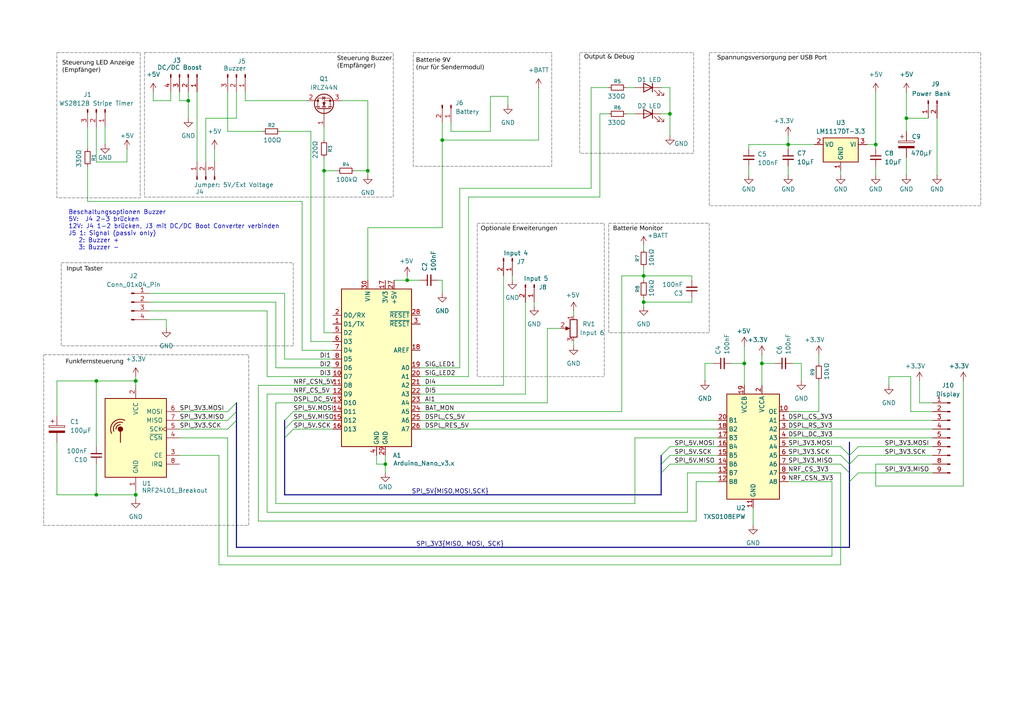
<source format=kicad_sch>
(kicad_sch (version 20250114) (generator "eeschema") (generator_version "9.0")
  (paper "A4")
  (title_block (title "Bogenampel") (date "2025-12-18") (rev "2.0") (comment 1 "Bestückung nach Bedarf") (comment 2 "Empfänger/Sender ") (comment 3 "Kombinierte Schaltung"))
  (lib_symbols
    (symbol "Connector:Conn_01x02_Pin" (pin_names (offset 1.016) (hide yes))
      (property "Reference" "J" (at 0 2.54 0))
      (property "Value" "Conn_01x02_Pin" (at 0 -5.08 0))
      (symbol "Conn_01x02_Pin_1_1"
        (pin passive line (at 5.08 0 180) (length 3.81) (name "Pin_1") (number "1"))
        (pin passive line (at 5.08 -2.54 180) (length 3.81) (name "Pin_2") (number "2"))
      )
    )
    (symbol "Connector:Conn_01x03_Pin" (pin_names (offset 1.016) (hide yes))
      (property "Reference" "J" (at 0 5.08 0))
      (property "Value" "Conn_01x03_Pin" (at 0 -5.08 0))
      (symbol "Conn_01x03_Pin_1_1"
        (pin passive line (at 5.08 2.54 180) (length 3.81) (name "Pin_1") (number "1"))
        (pin passive line (at 5.08 0 180) (length 3.81) (name "Pin_2") (number "2"))
        (pin passive line (at 5.08 -2.54 180) (length 3.81) (name "Pin_3") (number "3"))
      )
    )
    (symbol "Connector:Conn_01x04_Pin" (pin_names (offset 1.016) (hide yes))
      (property "Reference" "J" (at 0 5.08 0))
      (property "Value" "Conn_01x04_Pin" (at 0 -7.62 0))
      (symbol "Conn_01x04_Pin_1_1"
        (pin passive line (at 5.08 2.54 180) (length 3.81) (name "Pin_1") (number "1"))
        (pin passive line (at 5.08 0 180) (length 3.81) (name "Pin_2") (number "2"))
        (pin passive line (at 5.08 -2.54 180) (length 3.81) (name "Pin_3") (number "3"))
        (pin passive line (at 5.08 -5.08 180) (length 3.81) (name "Pin_4") (number "4"))
      )
    )
    (symbol "Connector:Conn_01x09_Pin" (pin_names (offset 1.016) (hide yes))
      (property "Reference" "J" (at 0 12.7 0))
      (property "Value" "Conn_01x09_Pin" (at 0 -12.7 0))
      (symbol "Conn_01x09_Pin_1_1"
        (pin passive line (at 5.08 10.16 180) (length 3.81) (name "Pin_1") (number "1"))
        (pin passive line (at 5.08 7.62 180) (length 3.81) (name "Pin_2") (number "2"))
        (pin passive line (at 5.08 5.08 180) (length 3.81) (name "Pin_3") (number "3"))
        (pin passive line (at 5.08 2.54 180) (length 3.81) (name "Pin_4") (number "4"))
        (pin passive line (at 5.08 0 180) (length 3.81) (name "Pin_5") (number "5"))
        (pin passive line (at 5.08 -2.54 180) (length 3.81) (name "Pin_6") (number "6"))
        (pin passive line (at 5.08 -5.08 180) (length 3.81) (name "Pin_7") (number "7"))
        (pin passive line (at 5.08 -7.62 180) (length 3.81) (name "Pin_8") (number "8"))
        (pin passive line (at 5.08 -10.16 180) (length 3.81) (name "Pin_9") (number "9"))
      )
    )
    (symbol "Device:C_Polarized" (pin_numbers (hide yes)) (pin_names (offset 0.254))
      (property "Reference" "C" (at 0.635 2.54 0))
      (property "Value" "C_Polarized" (at 0.635 -2.54 0))
      (symbol "C_Polarized_1_1"
        (pin passive line (at 0 3.81 270) (length 2.794) (name "~") (number "1"))
        (pin passive line (at 0 -3.81 90) (length 2.794) (name "~") (number "2"))
      )
    )
    (symbol "Device:C_Small" (pin_numbers (hide yes)) (pin_names (offset 0.254) (hide yes))
      (property "Reference" "C" (at 0.254 1.778 0))
      (property "Value" "C_Small" (at 0.254 -2.032 0))
      (symbol "C_Small_1_1"
        (pin passive line (at 0 2.54 270) (length 2.032) (name "~") (number "1"))
        (pin passive line (at 0 -2.54 90) (length 2.032) (name "~") (number "2"))
      )
    )
    (symbol "Device:LED" (pin_numbers (hide yes)) (pin_names (offset 1.016) (hide yes))
      (property "Reference" "D" (at 0 2.54 0))
      (property "Value" "LED" (at 0 -2.54 0))
      (symbol "LED_1_1"
        (pin passive line (at -3.81 0 0) (length 2.54) (name "K") (number "1"))
        (pin passive line (at 3.81 0 180) (length 2.54) (name "A") (number "2"))
      )
    )
    (symbol "Device:R_Potentiometer" (pin_names (offset 1.016) (hide yes))
      (property "Reference" "RV" (at -4.445 0 90))
      (property "Value" "R_Potentiometer" (at -2.54 0 90))
      (symbol "R_Potentiometer_1_1"
        (pin passive line (at 0 3.81 270) (length 1.27) (name "1") (number "1"))
        (pin passive line (at 0 -3.81 90) (length 1.27) (name "3") (number "3"))
        (pin passive line (at 3.81 0 180) (length 1.27) (name "2") (number "2"))
      )
    )
    (symbol "Device:R_Small" (pin_numbers (hide yes)) (pin_names (offset 0.254) (hide yes))
      (property "Reference" "R" (at 0 0 90))
      (property "Value" "R_Small" (at 1.778 0 90))
      (symbol "R_Small_1_1"
        (pin passive line (at 0 2.54 270) (length 0.762) (name "~") (number "1"))
        (pin passive line (at 0 -2.54 90) (length 0.762) (name "~") (number "2"))
      )
    )
    (symbol "Logic_LevelTranslator:TXS0108EPW"
      (property "Reference" "U" (at -6.35 16.51 0))
      (property "Value" "TXS0108EPW" (at 3.81 16.51 0))
      (symbol "TXS0108EPW_1_1"
        (pin input line (at -10.16 10.16 0) (length 2.54) (name "OE") (number "10"))
        (pin bidirectional line (at -10.16 7.62 0) (length 2.54) (name "A1") (number "1"))
        (pin bidirectional line (at -10.16 5.08 0) (length 2.54) (name "A2") (number "3"))
        (pin bidirectional line (at -10.16 2.54 0) (length 2.54) (name "A3") (number "4"))
        (pin bidirectional line (at -10.16 0 0) (length 2.54) (name "A4") (number "5"))
        (pin bidirectional line (at -10.16 -2.54 0) (length 2.54) (name "A5") (number "6"))
        (pin bidirectional line (at -10.16 -5.08 0) (length 2.54) (name "A6") (number "7"))
        (pin bidirectional line (at -10.16 -7.62 0) (length 2.54) (name "A7") (number "8"))
        (pin bidirectional line (at -10.16 -10.16 0) (length 2.54) (name "A8") (number "9"))
        (pin power_in line (at -2.54 17.78 270) (length 2.54) (name "VCCA") (number "2"))
        (pin power_in line (at 0 -17.78 90) (length 2.54) (name "GND") (number "11"))
        (pin power_in line (at 2.54 17.78 270) (length 2.54) (name "VCCB") (number "19"))
        (pin bidirectional line (at 10.16 7.62 180) (length 2.54) (name "B1") (number "20"))
        (pin bidirectional line (at 10.16 5.08 180) (length 2.54) (name "B2") (number "18"))
        (pin bidirectional line (at 10.16 2.54 180) (length 2.54) (name "B3") (number "17"))
        (pin bidirectional line (at 10.16 0 180) (length 2.54) (name "B4") (number "16"))
        (pin bidirectional line (at 10.16 -2.54 180) (length 2.54) (name "B5") (number "15"))
        (pin bidirectional line (at 10.16 -5.08 180) (length 2.54) (name "B6") (number "14"))
        (pin bidirectional line (at 10.16 -7.62 180) (length 2.54) (name "B7") (number "13"))
        (pin bidirectional line (at 10.16 -10.16 180) (length 2.54) (name "B8") (number "12"))
      )
    )
    (symbol "MCU_Module:Arduino_Nano_v3.x"
      (property "Reference" "A" (at -10.16 23.495 0))
      (property "Value" "Arduino_Nano_v3.x" (at 5.08 -24.13 0))
      (symbol "Arduino_Nano_v3.x_1_1"
        (pin bidirectional line (at -12.7 15.24 0) (length 2.54) (name "D0/RX") (number "2"))
        (pin bidirectional line (at -12.7 12.7 0) (length 2.54) (name "D1/TX") (number "1"))
        (pin bidirectional line (at -12.7 10.16 0) (length 2.54) (name "D2") (number "5"))
        (pin bidirectional line (at -12.7 7.62 0) (length 2.54) (name "D3") (number "6"))
        (pin bidirectional line (at -12.7 5.08 0) (length 2.54) (name "D4") (number "7"))
        (pin bidirectional line (at -12.7 2.54 0) (length 2.54) (name "D5") (number "8"))
        (pin bidirectional line (at -12.7 0 0) (length 2.54) (name "D6") (number "9"))
        (pin bidirectional line (at -12.7 -2.54 0) (length 2.54) (name "D7") (number "10"))
        (pin bidirectional line (at -12.7 -5.08 0) (length 2.54) (name "D8") (number "11"))
        (pin bidirectional line (at -12.7 -7.62 0) (length 2.54) (name "D9") (number "12"))
        (pin bidirectional line (at -12.7 -10.16 0) (length 2.54) (name "D10") (number "13"))
        (pin bidirectional line (at -12.7 -12.7 0) (length 2.54) (name "D11") (number "14"))
        (pin bidirectional line (at -12.7 -15.24 0) (length 2.54) (name "D12") (number "15"))
        (pin bidirectional line (at -12.7 -17.78 0) (length 2.54) (name "D13") (number "16"))
        (pin power_in line (at -2.54 25.4 270) (length 2.54) (name "VIN") (number "30"))
        (pin power_in line (at 0 -25.4 90) (length 2.54) (name "GND") (number "4"))
        (pin power_out line (at 2.54 25.4 270) (length 2.54) (name "3V3") (number "17"))
        (pin power_in line (at 2.54 -25.4 90) (length 2.54) (name "GND") (number "29"))
        (pin power_out line (at 5.08 25.4 270) (length 2.54) (name "+5V") (number "27"))
        (pin input line (at 12.7 15.24 180) (length 2.54) (name "~{RESET}") (number "28"))
        (pin input line (at 12.7 12.7 180) (length 2.54) (name "~{RESET}") (number "3"))
        (pin input line (at 12.7 5.08 180) (length 2.54) (name "AREF") (number "18"))
        (pin bidirectional line (at 12.7 0 180) (length 2.54) (name "A0") (number "19"))
        (pin bidirectional line (at 12.7 -2.54 180) (length 2.54) (name "A1") (number "20"))
        (pin bidirectional line (at 12.7 -5.08 180) (length 2.54) (name "A2") (number "21"))
        (pin bidirectional line (at 12.7 -7.62 180) (length 2.54) (name "A3") (number "22"))
        (pin bidirectional line (at 12.7 -10.16 180) (length 2.54) (name "A4") (number "23"))
        (pin bidirectional line (at 12.7 -12.7 180) (length 2.54) (name "A5") (number "24"))
        (pin bidirectional line (at 12.7 -15.24 180) (length 2.54) (name "A6") (number "25"))
        (pin bidirectional line (at 12.7 -17.78 180) (length 2.54) (name "A7") (number "26"))
      )
    )
    (symbol "RF:NRF24L01_Breakout" (pin_names (offset 1.016))
      (property "Reference" "U" (at -8.89 12.7 0))
      (property "Value" "NRF24L01_Breakout" (at 3.81 12.7 0))
      (symbol "NRF24L01_Breakout_1_1"
        (pin input line (at -12.7 7.62 0) (length 3.81) (name "MOSI") (number "6"))
        (pin output line (at -12.7 5.08 0) (length 3.81) (name "MISO") (number "7"))
        (pin input clock (at -12.7 2.54 0) (length 3.81) (name "SCK") (number "5"))
        (pin input line (at -12.7 0 0) (length 3.81) (name "~{CSN}") (number "4"))
        (pin input line (at -12.7 -5.08 0) (length 3.81) (name "CE") (number "3"))
        (pin output line (at -12.7 -7.62 0) (length 3.81) (name "IRQ") (number "8"))
        (pin power_in line (at 0 15.24 270) (length 3.81) (name "VCC") (number "2"))
        (pin power_in line (at 0 -15.24 90) (length 3.81) (name "GND") (number "1"))
      )
    )
    (symbol "Regulator_Linear:LM1117DT-3.3"
      (property "Reference" "U" (at -3.81 3.175 0))
      (property "Value" "LM1117DT-3.3" (at 0 3.175 0))
      (symbol "LM1117DT-3.3_1_1"
        (pin power_in line (at -7.62 0 0) (length 2.54) (name "VI") (number "3"))
        (pin power_in line (at 0 -7.62 90) (length 2.54) (name "GND") (number "1"))
        (pin power_out line (at 7.62 0 180) (length 2.54) (name "VO") (number "2"))
      )
    )
    (symbol "Transistor_FET:IRLZ44N" (pin_names (hide yes))
      (property "Reference" "Q" (at 5.08 1.905 0))
      (property "Value" "IRLZ44N" (at 5.08 0 0))
      (symbol "IRLZ44N_1_1"
        (pin input line (at -5.08 0 0) (length 2.54) (name "G") (number "1"))
        (pin passive line (at 2.54 5.08 270) (length 2.54) (name "D") (number "2"))
        (pin passive line (at 2.54 -5.08 90) (length 2.54) (name "S") (number "3"))
      )
    )
    (symbol "power:+3.3V" (power) (pin_numbers (hide yes)) (pin_names (offset 0) (hide yes))
      (property "Value" "+3.3V" (at 0 3.556 0))
      (symbol "+3.3V_1_1"
        (pin power_in line (at 0 0 90) (length 0) (name "~") (number "1"))
      )
    )
    (symbol "power:+5V" (power) (pin_numbers (hide yes)) (pin_names (offset 0) (hide yes))
      (property "Value" "+5V" (at 0 3.556 0))
      (symbol "+5V_1_1"
        (pin power_in line (at 0 0 90) (length 0) (name "~") (number "1"))
      )
    )
    (symbol "power:+BATT" (power) (pin_numbers (hide yes)) (pin_names (offset 0) (hide yes))
      (property "Value" "+BATT" (at 0 3.556 0))
      (symbol "+BATT_1_1"
        (pin power_in line (at 0 0 90) (length 0) (name "~") (number "1"))
      )
    )
    (symbol "power:GND" (power) (pin_numbers (hide yes)) (pin_names (offset 0) (hide yes))
      (property "Value" "GND" (at 0 -3.81 0))
      (symbol "GND_1_1"
        (pin power_in line (at 0 0 270) (length 0) (name "~") (number "1"))
      )
    )
  )
  (rectangle (start 168.148 15.24) (end 201.168 44.45) (stroke (width 0.0508) (type dash) (color 0 0 0 1)))
  (rectangle (start 17.78 76.2) (end 85.09 100.33) (stroke (width 0.0508) (type dash) (color 0 0 0 1)))
  (rectangle (start 205.74 15.24) (end 284.48 59.69) (stroke (width 0.0508) (type dash) (color 0 0 0 1)))
  (rectangle (start 16.51 15.24) (end 40.64 57.404) (stroke (width 0.0508) (type dash) (color 0 0 0 1)))
  (rectangle (start 138.43 64.77) (end 175.26 109.22) (stroke (width 0.0508) (type dash) (color 0 0 0 1)))
  (rectangle (start 176.53 64.77) (end 205.74 96.52) (stroke (width 0.0508) (type dash) (color 0 0 0 1)))
  (rectangle (start 12.7 102.87) (end 72.136 152.4) (stroke (width 0.0508) (type dash) (color 0 0 0 1)))
  (rectangle (start 119.888 15.24) (end 160.02 48.26) (stroke (width 0.0508) (type dash) (color 0 0 0 1)))
  (rectangle (start 41.91 15.24) (end 114.046 57.15) (stroke (width 0.0508) (type dash) (color 0 0 0 1)))
  (text "Steuerung Buzzer\n(Empfänger)" (at 97.79 18.542 0) (effects (font (size 1.27 1.27)) (justify left)))
  (text "Beschaltungsoptionen Buzzer\n5V:  J4 2-3 brücken\n12V: J4 1-2 brücken, J3 mit DC/DC Boot Converter verbinden\nJ5 1: Signal (passiv only) \n   2: Buzzer + \n   3: Buzzer -\n\n\n" (at 19.812 68.834 0) (effects (font (size 1.27 1.27)) (justify left)))
  (text "Input Taster" (at 19.304 78.486 0) (effects (font (size 1.27 1.27)) (justify left)))
  (text "Steuerung LED Anzeige\n(Empfänger)" (at 18.034 19.812 0) (effects (font (size 1.27 1.27)) (justify left)))
  (text "Spannungsversorgung per USB Port" (at 208.026 17.272 0) (effects (font (size 1.27 1.27)) (justify left)))
  (text "Batterie 9V\n(nur für Sendermodul)\n" (at 120.65 19.05 0) (effects (font (size 1.27 1.27)) (justify left)))
  (text "Batterie Monitor" (at 177.8 66.802 0) (effects (font (size 1.27 1.27)) (justify left)))
  (text "Optionale Erweiterungen\n" (at 139.446 66.802 0) (effects (font (size 1.27 1.27)) (justify left)))
  (text "Funkfernsteuerung" (at 19.05 105.41 0) (effects (font (size 1.27 1.27)) (justify left)))
  (text "Output & Debug\n" (at 169.418 17.018 0) (effects (font (size 1.27 1.27)) (justify left)))
  (junction (at 106.68 49.53))
  (junction (at 194.31 33.02))
  (junction (at 186.69 80.01))
  (junction (at 118.11 81.28))
  (junction (at 54.61 29.21))
  (junction (at 228.6 41.91))
  (junction (at 27.94 143.51))
  (junction (at 215.9 105.41))
  (junction (at 27.94 110.49))
  (junction (at 39.37 143.51))
  (junction (at 254 41.91))
  (junction (at 186.69 87.63))
  (junction (at 111.76 134.62))
  (junction (at 128.27 40.64))
  (junction (at 220.98 105.41))
  (junction (at 39.37 110.49))
  (junction (at 262.89 34.29))
  (junction (at 93.98 49.53))
  (bus_entry (at 191.77 137.16) (size 2.54 -2.54))
  (bus_entry (at 246.38 132.08) (size -2.54 -2.54))
  (bus_entry (at 82.55 124.46) (size 2.54 -2.54))
  (bus_entry (at 246.38 139.7) (size 2.54 -2.54))
  (bus_entry (at 68.58 116.84) (size -2.54 2.54))
  (bus_entry (at 68.58 119.38) (size -2.54 2.54))
  (bus_entry (at 68.58 121.92) (size -2.54 2.54))
  (bus_entry (at 191.77 134.62) (size 2.54 -2.54))
  (bus_entry (at 246.38 137.16) (size -2.54 -2.54))
  (bus_entry (at 191.77 132.08) (size 2.54 -2.54))
  (bus_entry (at 82.55 127) (size 2.54 -2.54))
  (bus_entry (at 246.38 132.08) (size 2.54 -2.54))
  (bus_entry (at 246.38 134.62) (size 2.54 -2.54))
  (bus_entry (at 246.38 134.62) (size -2.54 -2.54))
  (bus_entry (at 82.55 121.92) (size 2.54 -2.54))
  (wire (pts (xy 254 134.62) (xy 254 140.97)))
  (wire (pts (xy 236.22 41.91) (xy 228.6 41.91)))
  (wire (pts (xy 254 43.18) (xy 254 41.91)))
  (wire (pts (xy 254 41.91) (xy 251.46 41.91)))
  (wire (pts (xy 106.68 29.21) (xy 106.68 49.53)))
  (wire (pts (xy 133.35 54.61) (xy 133.35 106.68)))
  (wire (pts (xy 237.49 102.87) (xy 237.49 105.41)))
  (bus (pts (xy 68.58 158.75) (xy 246.38 158.75)))
  (bus (pts (xy 82.55 124.46) (xy 82.55 127)))
  (wire (pts (xy 186.69 80.01) (xy 186.69 81.28)))
  (bus (pts (xy 82.55 143.51) (xy 191.77 143.51)))
  (wire (pts (xy 228.6 119.38) (xy 237.49 119.38)))
  (wire (pts (xy 77.47 148.59) (xy 199.39 148.59)))
  (wire (pts (xy 232.41 105.41) (xy 232.41 110.49)))
  (wire (pts (xy 102.87 49.53) (xy 106.68 49.53)))
  (wire (pts (xy 184.15 33.02) (xy 181.61 33.02)))
  (wire (pts (xy 68.58 34.29) (xy 68.58 26.67)))
  (wire (pts (xy 204.47 110.49) (xy 204.47 105.41)))
  (wire (pts (xy 194.31 33.02) (xy 194.31 39.37)))
  (wire (pts (xy 184.15 25.4) (xy 181.61 25.4)))
  (wire (pts (xy 215.9 100.33) (xy 215.9 105.41)))
  (wire (pts (xy 228.6 41.91) (xy 217.17 41.91)))
  (wire (pts (xy 59.69 34.29) (xy 68.58 34.29)))
  (wire (pts (xy 27.94 46.99) (xy 36.83 46.99)))
  (wire (pts (xy 262.89 34.29) (xy 262.89 38.1)))
  (wire (pts (xy 27.94 110.49) (xy 16.51 110.49)))
  (wire (pts (xy 212.09 105.41) (xy 215.9 105.41)))
  (wire (pts (xy 121.92 116.84) (xy 158.75 116.84)))
  (wire (pts (xy 271.78 34.29) (xy 271.78 50.8)))
  (wire (pts (xy 243.84 49.53) (xy 243.84 50.8)))
  (wire (pts (xy 87.63 101.6) (xy 96.52 101.6)))
  (wire (pts (xy 111.76 132.08) (xy 111.76 134.62)))
  (wire (pts (xy 66.04 161.29) (xy 66.04 127)))
  (wire (pts (xy 121.92 106.68) (xy 133.35 106.68)))
  (wire (pts (xy 93.98 49.53) (xy 93.98 45.72)))
  (wire (pts (xy 228.6 129.54) (xy 243.84 129.54)))
  (wire (pts (xy 173.99 33.02) (xy 173.99 57.15)))
  (wire (pts (xy 39.37 143.51) (xy 39.37 144.78)))
  (wire (pts (xy 80.01 146.05) (xy 184.15 146.05)))
  (wire (pts (xy 77.47 114.3) (xy 96.52 114.3)))
  (wire (pts (xy 96.52 116.84) (xy 80.01 116.84)))
  (wire (pts (xy 85.09 124.46) (xy 96.52 124.46)))
  (wire (pts (xy 248.92 137.16) (xy 270.51 137.16)))
  (wire (pts (xy 54.61 29.21) (xy 54.61 34.29)))
  (wire (pts (xy 118.11 81.28) (xy 114.3 81.28)))
  (wire (pts (xy 146.05 80.01) (xy 146.05 111.76)))
  (wire (pts (xy 158.75 95.25) (xy 158.75 116.84)))
  (wire (pts (xy 27.94 36.83) (xy 27.94 46.99)))
  (wire (pts (xy 118.11 81.28) (xy 118.11 80.01)))
  (wire (pts (xy 228.6 48.26) (xy 228.6 50.8)))
  (wire (pts (xy 93.98 96.52) (xy 96.52 96.52)))
  (wire (pts (xy 127 81.28) (xy 128.27 81.28)))
  (wire (pts (xy 39.37 110.49) (xy 27.94 110.49)))
  (wire (pts (xy 243.84 163.83) (xy 63.5 163.83)))
  (wire (pts (xy 215.9 105.41) (xy 215.9 111.76)))
  (bus (pts (xy 246.38 139.7) (xy 246.38 158.75)))
  (wire (pts (xy 199.39 137.16) (xy 208.28 137.16)))
  (wire (pts (xy 171.45 54.61) (xy 133.35 54.61)))
  (wire (pts (xy 142.24 38.1) (xy 130.81 38.1)))
  (wire (pts (xy 228.6 124.46) (xy 270.51 124.46)))
  (wire (pts (xy 257.81 109.22) (xy 264.16 109.22)))
  (wire (pts (xy 186.69 77.47) (xy 186.69 80.01)))
  (wire (pts (xy 228.6 41.91) (xy 228.6 43.18)))
  (wire (pts (xy 171.45 25.4) (xy 171.45 54.61)))
  (bus (pts (xy 82.55 127) (xy 82.55 143.51)))
  (wire (pts (xy 218.44 147.32) (xy 218.44 152.4)))
  (wire (pts (xy 217.17 48.26) (xy 217.17 50.8)))
  (wire (pts (xy 173.99 33.02) (xy 176.53 33.02)))
  (wire (pts (xy 243.84 137.16) (xy 243.84 163.83)))
  (wire (pts (xy 52.07 132.08) (xy 63.5 132.08)))
  (wire (pts (xy 176.53 25.4) (xy 171.45 25.4)))
  (wire (pts (xy 228.6 121.92) (xy 270.51 121.92)))
  (wire (pts (xy 66.04 127) (xy 52.07 127)))
  (wire (pts (xy 66.04 26.67) (xy 66.04 38.1)))
  (bus (pts (xy 68.58 116.84) (xy 68.58 119.38)))
  (wire (pts (xy 43.18 85.09) (xy 82.55 85.09)))
  (wire (pts (xy 147.32 27.94) (xy 142.24 27.94)))
  (wire (pts (xy 25.4 36.83) (xy 25.4 43.18)))
  (wire (pts (xy 194.31 33.02) (xy 191.77 33.02)))
  (wire (pts (xy 111.76 134.62) (xy 111.76 137.16)))
  (wire (pts (xy 106.68 81.28) (xy 106.68 66.04)))
  (wire (pts (xy 27.94 134.62) (xy 27.94 143.51)))
  (wire (pts (xy 63.5 163.83) (xy 63.5 132.08)))
  (wire (pts (xy 130.81 38.1) (xy 130.81 35.56)))
  (wire (pts (xy 82.55 104.14) (xy 96.52 104.14)))
  (wire (pts (xy 200.66 86.36) (xy 200.66 87.63)))
  (wire (pts (xy 229.87 105.41) (xy 232.41 105.41)))
  (wire (pts (xy 156.21 40.64) (xy 128.27 40.64)))
  (wire (pts (xy 248.92 132.08) (xy 270.51 132.08)))
  (wire (pts (xy 128.27 81.28) (xy 128.27 85.09)))
  (wire (pts (xy 52.07 124.46) (xy 66.04 124.46)))
  (wire (pts (xy 80.01 116.84) (xy 80.01 146.05)))
  (wire (pts (xy 204.47 105.41) (xy 207.01 105.41)))
  (wire (pts (xy 220.98 111.76) (xy 220.98 105.41)))
  (wire (pts (xy 121.92 124.46) (xy 208.28 124.46)))
  (wire (pts (xy 87.63 58.42) (xy 87.63 101.6)))
  (wire (pts (xy 184.15 127) (xy 208.28 127)))
  (wire (pts (xy 121.92 114.3) (xy 152.4 114.3)))
  (wire (pts (xy 121.92 119.38) (xy 180.34 119.38)))
  (wire (pts (xy 254 26.67) (xy 254 41.91)))
  (wire (pts (xy 85.09 119.38) (xy 96.52 119.38)))
  (bus (pts (xy 191.77 132.08) (xy 191.77 134.62)))
  (wire (pts (xy 43.18 92.71) (xy 48.26 92.71)))
  (wire (pts (xy 199.39 148.59) (xy 199.39 137.16)))
  (bus (pts (xy 246.38 134.62) (xy 246.38 137.16)))
  (wire (pts (xy 173.99 57.15) (xy 135.89 57.15)))
  (wire (pts (xy 54.61 26.67) (xy 54.61 29.21)))
  (wire (pts (xy 71.12 29.21) (xy 88.9 29.21)))
  (wire (pts (xy 77.47 109.22) (xy 96.52 109.22)))
  (wire (pts (xy 186.69 86.36) (xy 186.69 87.63)))
  (wire (pts (xy 57.15 26.67) (xy 57.15 46.99)))
  (wire (pts (xy 194.31 25.4) (xy 191.77 25.4)))
  (wire (pts (xy 52.07 26.67) (xy 52.07 29.21)))
  (wire (pts (xy 52.07 29.21) (xy 54.61 29.21)))
  (wire (pts (xy 220.98 102.87) (xy 220.98 105.41)))
  (wire (pts (xy 154.94 88.9) (xy 154.94 87.63)))
  (wire (pts (xy 39.37 110.49) (xy 39.37 111.76)))
  (wire (pts (xy 135.89 109.22) (xy 121.92 109.22)))
  (wire (pts (xy 43.18 90.17) (xy 77.47 90.17)))
  (wire (pts (xy 228.6 41.91) (xy 228.6 39.37)))
  (wire (pts (xy 109.22 132.08) (xy 109.22 134.62)))
  (wire (pts (xy 186.69 71.12) (xy 186.69 72.39)))
  (wire (pts (xy 80.01 87.63) (xy 80.01 106.68)))
  (wire (pts (xy 142.24 27.94) (xy 142.24 38.1)))
  (wire (pts (xy 44.45 26.67) (xy 44.45 29.21)))
  (wire (pts (xy 106.68 66.04) (xy 128.27 66.04)))
  (wire (pts (xy 264.16 119.38) (xy 270.51 119.38)))
  (bus (pts (xy 246.38 132.08) (xy 246.38 134.62)))
  (bus (pts (xy 82.55 121.92) (xy 82.55 124.46)))
  (wire (pts (xy 27.94 143.51) (xy 39.37 143.51)))
  (wire (pts (xy 158.75 95.25) (xy 162.56 95.25)))
  (bus (pts (xy 68.58 119.38) (xy 68.58 121.92)))
  (wire (pts (xy 186.69 87.63) (xy 186.69 88.9)))
  (wire (pts (xy 201.93 139.7) (xy 208.28 139.7)))
  (wire (pts (xy 194.31 132.08) (xy 208.28 132.08)))
  (wire (pts (xy 71.12 26.67) (xy 71.12 29.21)))
  (wire (pts (xy 36.83 43.18) (xy 36.83 46.99)))
  (wire (pts (xy 148.59 80.01) (xy 148.59 81.28)))
  (wire (pts (xy 74.93 111.76) (xy 96.52 111.76)))
  (wire (pts (xy 59.69 46.99) (xy 59.69 34.29)))
  (wire (pts (xy 77.47 90.17) (xy 77.47 109.22)))
  (wire (pts (xy 228.6 134.62) (xy 243.84 134.62)))
  (wire (pts (xy 81.28 38.1) (xy 90.17 38.1)))
  (wire (pts (xy 16.51 128.27) (xy 16.51 143.51)))
  (wire (pts (xy 121.92 111.76) (xy 146.05 111.76)))
  (bus (pts (xy 246.38 137.16) (xy 246.38 139.7)))
  (wire (pts (xy 62.23 43.18) (xy 62.23 46.99)))
  (wire (pts (xy 77.47 148.59) (xy 77.47 114.3)))
  (wire (pts (xy 74.93 151.13) (xy 74.93 111.76)))
  (wire (pts (xy 16.51 143.51) (xy 27.94 143.51)))
  (wire (pts (xy 52.07 121.92) (xy 66.04 121.92)))
  (wire (pts (xy 39.37 109.22) (xy 39.37 110.49)))
  (bus (pts (xy 191.77 137.16) (xy 191.77 143.51)))
  (wire (pts (xy 241.3 139.7) (xy 241.3 161.29)))
  (wire (pts (xy 85.09 121.92) (xy 96.52 121.92)))
  (wire (pts (xy 201.93 151.13) (xy 201.93 139.7)))
  (wire (pts (xy 228.6 139.7) (xy 241.3 139.7)))
  (wire (pts (xy 82.55 85.09) (xy 82.55 104.14)))
  (wire (pts (xy 220.98 105.41) (xy 224.79 105.41)))
  (wire (pts (xy 262.89 26.67) (xy 262.89 34.29)))
  (wire (pts (xy 30.48 36.83) (xy 30.48 41.91)))
  (wire (pts (xy 254 134.62) (xy 270.51 134.62)))
  (wire (pts (xy 279.4 110.49) (xy 279.4 140.97)))
  (wire (pts (xy 80.01 106.68) (xy 96.52 106.68)))
  (wire (pts (xy 266.7 116.84) (xy 270.51 116.84)))
  (wire (pts (xy 99.06 29.21) (xy 106.68 29.21)))
  (bus (pts (xy 68.58 121.92) (xy 68.58 158.75)))
  (wire (pts (xy 264.16 119.38) (xy 264.16 109.22)))
  (wire (pts (xy 200.66 87.63) (xy 186.69 87.63)))
  (wire (pts (xy 80.01 87.63) (xy 43.18 87.63)))
  (wire (pts (xy 194.31 134.62) (xy 208.28 134.62)))
  (wire (pts (xy 93.98 96.52) (xy 93.98 49.53)))
  (wire (pts (xy 184.15 127) (xy 184.15 146.05)))
  (wire (pts (xy 147.32 30.48) (xy 147.32 27.94)))
  (wire (pts (xy 49.53 29.21) (xy 49.53 26.67)))
  (wire (pts (xy 262.89 45.72) (xy 262.89 50.8)))
  (bus (pts (xy 191.77 134.62) (xy 191.77 137.16)))
  (wire (pts (xy 39.37 142.24) (xy 39.37 143.51)))
  (wire (pts (xy 118.11 81.28) (xy 121.92 81.28)))
  (wire (pts (xy 74.93 151.13) (xy 201.93 151.13)))
  (wire (pts (xy 27.94 110.49) (xy 27.94 129.54)))
  (wire (pts (xy 248.92 129.54) (xy 270.51 129.54)))
  (wire (pts (xy 106.68 49.53) (xy 106.68 50.8)))
  (wire (pts (xy 166.37 90.17) (xy 166.37 91.44)))
  (wire (pts (xy 166.37 99.06) (xy 166.37 100.33)))
  (wire (pts (xy 66.04 38.1) (xy 76.2 38.1)))
  (wire (pts (xy 241.3 161.29) (xy 66.04 161.29)))
  (wire (pts (xy 109.22 134.62) (xy 111.76 134.62)))
  (wire (pts (xy 228.6 127) (xy 270.51 127)))
  (bus (pts (xy 246.38 128.27) (xy 246.38 132.08)))
  (wire (pts (xy 128.27 40.64) (xy 128.27 66.04)))
  (wire (pts (xy 152.4 87.63) (xy 152.4 114.3)))
  (wire (pts (xy 93.98 49.53) (xy 97.79 49.53)))
  (wire (pts (xy 254 140.97) (xy 279.4 140.97)))
  (wire (pts (xy 254 48.26) (xy 254 50.8)))
  (wire (pts (xy 237.49 119.38) (xy 237.49 110.49)))
  (wire (pts (xy 96.52 99.06) (xy 90.17 99.06)))
  (wire (pts (xy 186.69 80.01) (xy 200.66 80.01)))
  (wire (pts (xy 16.51 110.49) (xy 16.51 120.65)))
  (wire (pts (xy 186.69 80.01) (xy 180.34 80.01)))
  (wire (pts (xy 266.7 110.49) (xy 266.7 116.84)))
  (wire (pts (xy 194.31 25.4) (xy 194.31 33.02)))
  (wire (pts (xy 48.26 92.71) (xy 48.26 95.25)))
  (wire (pts (xy 257.81 109.22) (xy 257.81 111.76)))
  (wire (pts (xy 93.98 36.83) (xy 93.98 40.64)))
  (wire (pts (xy 194.31 129.54) (xy 208.28 129.54)))
  (wire (pts (xy 128.27 35.56) (xy 128.27 40.64)))
  (wire (pts (xy 217.17 41.91) (xy 217.17 43.18)))
  (wire (pts (xy 180.34 80.01) (xy 180.34 119.38)))
  (wire (pts (xy 87.63 58.42) (xy 25.4 58.42)))
  (wire (pts (xy 44.45 29.21) (xy 49.53 29.21)))
  (wire (pts (xy 228.6 132.08) (xy 243.84 132.08)))
  (wire (pts (xy 228.6 137.16) (xy 243.84 137.16)))
  (wire (pts (xy 25.4 58.42) (xy 25.4 48.26)))
  (wire (pts (xy 156.21 25.4) (xy 156.21 40.64)))
  (wire (pts (xy 200.66 80.01) (xy 200.66 81.28)))
  (wire (pts (xy 52.07 119.38) (xy 66.04 119.38)))
  (wire (pts (xy 135.89 57.15) (xy 135.89 109.22)))
  (wire (pts (xy 121.92 121.92) (xy 208.28 121.92)))
  (wire (pts (xy 262.89 34.29) (xy 269.24 34.29)))
  (wire (pts (xy 90.17 99.06) (xy 90.17 38.1)))
  (label "NRF_CS_3V3" (at 228.6 137.16 0))
  (label "DSPL_CS_5V" (at 123.19 121.92 0))
  (label "SPI_5V.MISO" (at 195.58 134.62 0))
  (label "DI5" (at 123.19 114.3 0))
  (label "SPI_5V.MOSI" (at 85.09 119.38 0))
  (label "SPI_3V3.SCK" (at 256.54 132.08 0))
  (label "SPI_5V.SCK" (at 195.58 132.08 0))
  (label "SPI_3V3{MISO, MOSI, SCK}" (at 120.65 158.75 0))
  (label "SIG_LED2" (at 123.19 109.22 0))
  (label "SPI_3V3.SCK" (at 52.07 124.46 0))
  (label "SIG_LED1" (at 123.19 106.68 0))
  (label "SPI_5V.MISO" (at 85.09 121.92 0))
  (label "DSPL_RS_3V3" (at 228.6 124.46 0))
  (label "DSPL_DC_3V3" (at 228.6 127 0))
  (label "DSPL_CS_3V3" (at 228.6 121.92 0))
  (label "DI2" (at 92.71 106.68 0))
  (label "SPI_3V3.MISO" (at 52.07 121.92 0))
  (label "DI1" (at 92.71 104.14 0))
  (label "SPI_3V3.MISO" (at 228.6 134.62 0))
  (label "NRF_CSN_5V" (at 85.09 111.76 0))
  (label "DI3" (at 92.71 109.22 0))
  (label "NRF_CS_5V" (at 85.09 114.3 0))
  (label "DI4" (at 123.19 111.76 0))
  (label "SPI_5V.MOSI" (at 195.58 129.54 0))
  (label "SPI_3V3.SCK" (at 228.6 132.08 0))
  (label "SPI_3V3.MOSI" (at 256.54 129.54 0))
  (label "SPI_3V3.MISO" (at 256.54 137.16 0))
  (label "SPI_5V.SCK" (at 85.09 124.46 0))
  (label "SPI_3V3.MOSI" (at 228.6 129.54 0))
  (label "SPI_5V{MISO,MOSI,SCK}" (at 119.38 143.51 0))
  (label "DSPL_RES_5V" (at 123.19 124.46 0))
  (label "BAT_MON" (at 123.19 119.38 0))
  (label "SPI_3V3.MOSI" (at 52.07 119.38 0))
  (label "AI1" (at 123.19 116.84 0))
  (label "NRF_CSN_3V3" (at 228.6 139.7 0))
  (label "DSPL_DC_5V" (at 85.09 116.84 0))
  (symbol (lib_id "Connector:Conn_01x03_Pin") (at 59.69 52.07 90) (unit 1)
    (property "Reference" "J4" (at 57.912 55.626 90))
    (property "Value" "Jumper: 5V/Ext Voltage" (at 67.818 53.594 90))
    (property "Footprint" "Connector_PinHeader_2.54mm:PinHeader_1x03_P2.54mm_Vertical" (effects (hide yes)))
    (property "Description" "Generic connector, single row, 01x03, script generated" (effects (hide yes)))
  )
  (symbol (lib_id "Device:R_Small") (at 179.07 25.4 90) (mirror x) (unit 1)
    (property "Reference" "R5" (at 179.07 23.622 90) (effects (font (size 1.016 1.016))))
    (property "Value" "330Ω" (at 178.816 27.94 90))
    (property "Footprint" "Resistor_SMD:R_1206_3216Metric" (effects (hide yes)))
    (property "Description" "Resistor, small symbol" (effects (hide yes)))
  )
  (symbol (lib_id "Device:R_Potentiometer") (at 166.37 95.25 0) (mirror y) (unit 1)
    (property "Reference" "RV1" (at 168.91 93.9799 0) (effects (justify right)))
    (property "Value" "Input 6" (at 168.148 96.52 0) (effects (justify right)))
    (property "Footprint" "Connector_JST:JST_XH_B3B-XH-A_1x03_P2.50mm_Vertical" (effects (hide yes)))
    (property "Description" "Potentiometer" (effects (hide yes)))
  )
  (symbol (lib_id "power:GND") (at 111.76 137.16 0) (unit 1)
    (property "Reference" "#PWR010" (effects (hide yes)))
    (property "Value" "GND" (at 111.76 141.224 0))
    (property "Description" "Power symbol creates a global label with name \"GND\" , ground" (effects (hide yes)))
  )
  (symbol (lib_id "power:+3.3V") (at 237.49 102.87 0) (unit 1)
    (property "Reference" "#PWR030" (effects (hide yes)))
    (property "Value" "+3.3V" (at 236.22 98.552 0))
    (property "Description" "Power symbol creates a global label with name \"+3.3V\"" (effects (hide yes)))
  )
  (symbol (lib_id "power:+5V") (at 118.11 80.01 0) (unit 1)
    (property "Reference" "#PWR011" (effects (hide yes)))
    (property "Value" "+5V" (at 117.856 75.692 0))
    (property "Description" "Power symbol creates a global label with name \"+5V\"" (effects (hide yes)))
  )
  (symbol (lib_id "Device:R_Small") (at 179.07 33.02 90) (mirror x) (unit 1)
    (property "Reference" "R6" (at 179.07 31.242 90) (effects (font (size 1.016 1.016))))
    (property "Value" "330Ω" (at 178.816 35.56 90))
    (property "Footprint" "Resistor_SMD:R_1206_3216Metric" (effects (hide yes)))
    (property "Description" "Resistor, small symbol" (effects (hide yes)))
  )
  (symbol (lib_id "RF:NRF24L01_Breakout") (at 39.37 127 0) (mirror y) (unit 1)
    (property "Reference" "U1" (at 43.942 140.208 0) (effects (justify left)))
    (property "Value" "NRF24L01_Breakout" (at 60.198 142.24 0) (effects (justify left)))
    (property "Footprint" "RF_Module:nRF24L01_Breakout" (effects (hide yes)))
    (property "Datasheet" "http://www.nordicsemi.com/eng/content/download/2730/34105/file/nRF24L01_Product_Specification_v2_0.pdf" (effects (hide yes)))
    (property "Description" "Ultra low power 2.4GHz RF Transceiver, Carrier PCB" (effects (hide yes)))
  )
  (symbol (lib_id "Device:C_Polarized") (at 262.89 41.91 0) (unit 1)
    (property "Reference" "C9" (at 264.414 39.624 0) (effects (justify left)))
    (property "Value" "470µF" (at 264.16 44.45 0) (effects (justify left)))
    (property "Footprint" "Capacitor_THT:CP_Radial_D8.0mm_P3.50mm" (effects (hide yes)))
    (property "Description" "Polarized capacitor" (effects (hide yes)))
  )
  (symbol (lib_id "power:GND") (at 148.59 81.28 0) (unit 1)
    (property "Reference" "#PWR014" (effects (hide yes)))
    (property "Value" "GND" (at 148.59 86.36 0))
    (property "Description" "Power symbol creates a global label with name \"GND\" , ground" (effects (hide yes)))
  )
  (symbol (lib_id "power:+5V") (at 62.23 43.18 0) (unit 1)
    (property "Reference" "#PWR08" (effects (hide yes)))
    (property "Value" "+5V" (at 62.23 38.1 0))
    (property "Description" "Power symbol creates a global label with name \"+5V\"" (effects (hide yes)))
  )
  (symbol (lib_id "Device:C_Small") (at 227.33 105.41 90) (unit 1)
    (property "Reference" "C6" (at 226.0662 102.87 0) (effects (justify left)))
    (property "Value" "100nF" (at 228.6062 102.87 0) (effects (justify left)))
    (property "Footprint" "Capacitor_SMD:C_1206_3216Metric" (effects (hide yes)))
    (property "Description" "Unpolarized capacitor, small symbol" (effects (hide yes)))
  )
  (symbol (lib_id "Device:C_Small") (at 124.46 81.28 90) (unit 1)
    (property "Reference" "C2" (at 123.1962 78.74 0) (effects (justify left)))
    (property "Value" "100nF" (at 125.7362 78.74 0) (effects (justify left)))
    (property "Footprint" "Capacitor_SMD:C_1206_3216Metric" (effects (hide yes)))
    (property "Description" "Unpolarized capacitor, small symbol" (effects (hide yes)))
  )
  (symbol (lib_id "power:+3.3V") (at 228.6 39.37 0) (unit 1)
    (property "Reference" "#PWR027" (effects (hide yes)))
    (property "Value" "+3.3V" (at 227.33 35.052 0))
    (property "Description" "Power symbol creates a global label with name \"+3.3V\"" (effects (hide yes)))
  )
  (symbol (lib_id "power:GND") (at 48.26 95.25 0) (unit 1)
    (property "Reference" "#PWR06" (effects (hide yes)))
    (property "Value" "GND" (at 48.26 100.33 0))
    (property "Description" "Power symbol creates a global label with name \"GND\" , ground" (effects (hide yes)))
  )
  (symbol (lib_id "power:+5V") (at 36.83 43.18 0) (unit 1)
    (property "Reference" "#PWR02" (effects (hide yes)))
    (property "Value" "+5V" (at 36.83 39.37 0))
    (property "Description" "Power symbol creates a global label with name \"+5V\"" (effects (hide yes)))
  )
  (symbol (lib_id "power:+5V") (at 254 26.67 0) (unit 1)
    (property "Reference" "#PWR032" (effects (hide yes)))
    (property "Value" "+5V" (at 254 21.59 0))
    (property "Description" "Power symbol creates a global label with name \"+5V\"" (effects (hide yes)))
  )
  (symbol (lib_id "power:GND") (at 166.37 100.33 0) (unit 1)
    (property "Reference" "#PWR018" (effects (hide yes)))
    (property "Value" "GND" (at 166.37 105.41 0))
    (property "Description" "Power symbol creates a global label with name \"GND\" , ground" (effects (hide yes)))
  )
  (symbol (lib_id "power:GND") (at 228.6 50.8 0) (unit 1)
    (property "Reference" "#PWR028" (effects (hide yes)))
    (property "Value" "GND" (at 228.6 54.864 0))
    (property "Description" "Power symbol creates a global label with name \"GND\" , ground" (effects (hide yes)))
  )
  (symbol (lib_id "Connector:Conn_01x02_Pin") (at 148.59 74.93 270) (unit 1)
    (property "Reference" "J7" (at 149.86 75.946 90) (effects (justify left)))
    (property "Value" "Input 4" (at 146.05 73.406 90) (effects (justify left)))
    (property "Footprint" "Connector_JST:JST_XH_B2B-XH-A_1x02_P2.50mm_Vertical" (effects (hide yes)))
    (property "Description" "Generic connector, single row, 01x02, script generated" (effects (hide yes)))
  )
  (symbol (lib_id "power:+5V") (at 166.37 90.17 0) (unit 1)
    (property "Reference" "#PWR017" (effects (hide yes)))
    (property "Value" "+5V" (at 166.116 85.598 0))
    (property "Description" "Power symbol creates a global label with name \"+5V\"" (effects (hide yes)))
  )
  (symbol (lib_id "power:GND") (at 217.17 50.8 0) (unit 1)
    (property "Reference" "#PWR024" (effects (hide yes)))
    (property "Value" "GND" (at 217.17 54.864 0))
    (property "Description" "Power symbol creates a global label with name \"GND\" , ground" (effects (hide yes)))
  )
  (symbol (lib_id "power:GND") (at 54.61 34.29 0) (unit 1)
    (property "Reference" "#PWR07" (effects (hide yes)))
    (property "Value" "GND" (at 54.61 39.37 0))
    (property "Description" "Power symbol creates a global label with name \"GND\" , ground" (effects (hide yes)))
  )
  (symbol (lib_id "Device:LED") (at 187.96 33.02 0) (mirror y) (unit 1)
    (property "Reference" "D2" (at 186.182 30.734 0))
    (property "Value" "LED" (at 189.992 30.734 0))
    (property "Footprint" "LED_THT:LED_D3.0mm" (effects (hide yes)))
    (property "Description" "Light emitting diode" (effects (hide yes)))
    (property "Sim.Pins" "1=K 2=A" (effects (hide yes)))
  )
  (symbol (lib_id "power:+3.3V") (at 39.37 109.22 0) (unit 1)
    (property "Reference" "#PWR03" (effects (hide yes)))
    (property "Value" "+3.3V" (at 39.37 104.14 0))
    (property "Description" "Power symbol creates a global label with name \"+3.3V\"" (effects (hide yes)))
  )
  (symbol (lib_id "Device:R_Small") (at 186.69 74.93 0) (mirror x) (unit 1)
    (property "Reference" "R7" (at 184.912 74.93 90) (effects (font (size 1.016 1.016))))
    (property "Value" "10kΩ" (at 188.976 74.676 90))
    (property "Footprint" "Resistor_SMD:R_1206_3216Metric" (effects (hide yes)))
    (property "Description" "Resistor, small symbol" (effects (hide yes)))
  )
  (symbol (lib_id "Device:LED") (at 187.96 25.4 0) (mirror y) (unit 1)
    (property "Reference" "D1" (at 186.182 23.114 0))
    (property "Value" "LED" (at 189.992 23.114 0))
    (property "Footprint" "LED_THT:LED_D3.0mm" (effects (hide yes)))
    (property "Description" "Light emitting diode" (effects (hide yes)))
    (property "Sim.Pins" "1=K 2=A" (effects (hide yes)))
  )
  (symbol (lib_id "Device:R_Small") (at 93.98 43.18 180) (unit 1)
    (property "Reference" "R3" (at 95.758 43.18 90) (effects (font (size 1.016 1.016))))
    (property "Value" "220Ω" (at 91.44 43.434 90))
    (property "Footprint" "Resistor_SMD:R_1206_3216Metric" (effects (hide yes)))
    (property "Description" "Resistor, small symbol" (effects (hide yes)))
  )
  (symbol (lib_id "power:GND") (at 128.27 85.09 0) (unit 1)
    (property "Reference" "#PWR012" (effects (hide yes)))
    (property "Value" "GND" (at 128.27 90.17 0))
    (property "Description" "Power symbol creates a global label with name \"GND\" , ground" (effects (hide yes)))
  )
  (symbol (lib_id "Connector:Conn_01x09_Pin") (at 275.59 127 0) (mirror y) (unit 1)
    (property "Reference" "J10" (at 274.955 111.76 0))
    (property "Value" "Display" (at 274.955 114.3 0))
    (property "Footprint" "Connector_JST:JST_EH_B9B-EH-A_1x09_P2.50mm_Vertical" (effects (hide yes)))
    (property "Description" "Generic connector, single row, 01x09, script generated" (effects (hide yes)))
  )
  (symbol (lib_id "Device:C_Small") (at 217.17 45.72 0) (unit 1)
    (property "Reference" "C5" (at 219.71 44.704 0) (effects (justify left)))
    (property "Value" "100nF" (at 219.71 47.244 0) (effects (justify left)))
    (property "Footprint" "Capacitor_SMD:C_1206_3216Metric" (effects (hide yes)))
    (property "Description" "Unpolarized capacitor, small symbol" (effects (hide yes)))
  )
  (symbol (lib_id "Connector:Conn_01x02_Pin") (at 130.81 30.48 270) (unit 1)
    (property "Reference" "J6" (at 132.08 29.8449 90) (effects (justify left)))
    (property "Value" "Battery" (at 132.08 32.3849 90) (effects (justify left)))
    (property "Footprint" "Connector_JST:JST_XH_B2B-XH-A_1x02_P2.50mm_Vertical" (effects (hide yes)))
    (property "Description" "Generic connector, single row, 01x02, script generated" (effects (hide yes)))
  )
  (symbol (lib_id "Connector:Conn_01x04_Pin") (at 54.61 21.59 270) (unit 1)
    (property "Reference" "J3" (at 51.308 17.526 90))
    (property "Value" "DC/DC Boost" (at 52.07 19.558 90))
    (property "Footprint" "Connector_JST:JST_XH_B4B-XH-A_1x04_P2.50mm_Vertical" (effects (hide yes)))
    (property "Description" "Generic connector, single row, 01x04, script generated" (effects (hide yes)))
  )
  (symbol (lib_id "Connector:Conn_01x03_Pin") (at 27.94 31.75 270) (unit 1)
    (property "Reference" "J1" (at 25.4 27.432 90))
    (property "Value" "WS2812B Stripe Timer" (at 27.94 29.972 90))
    (property "Footprint" "Connector_Phoenix_MC_HighVoltage:PhoenixContact_MCV_1,5_3-G-5.08_1x03_P5.08mm_Vertical" (effects (hide yes)))
    (property "Description" "Generic connector, single row, 01x03, script generated" (effects (hide yes)))
  )
  (symbol (lib_id "power:GND") (at 106.68 50.8 0) (unit 1)
    (property "Reference" "#PWR09" (effects (hide yes)))
    (property "Value" "GND" (at 106.68 55.88 0))
    (property "Description" "Power symbol creates a global label with name \"GND\" , ground" (effects (hide yes)))
  )
  (symbol (lib_id "power:+3.3V") (at 266.7 110.49 0) (unit 1)
    (property "Reference" "#PWR037" (effects (hide yes)))
    (property "Value" "+3.3V" (at 265.43 106.172 0))
    (property "Description" "Power symbol creates a global label with name \"+3.3V\"" (effects (hide yes)))
  )
  (symbol (lib_id "Connector:Conn_01x03_Pin") (at 68.58 21.59 270) (unit 1)
    (property "Reference" "J5" (at 70.104 17.78 90))
    (property "Value" "Buzzer" (at 68.072 19.812 90))
    (property "Footprint" "Connector_JST:JST_XH_B3B-XH-A_1x03_P2.50mm_Vertical" (effects (hide yes)))
    (property "Description" "Generic connector, single row, 01x03, script generated" (effects (hide yes)))
  )
  (symbol (lib_id "Device:R_Small") (at 78.74 38.1 270) (unit 1)
    (property "Reference" "R2" (at 78.74 36.322 90) (effects (font (size 1.016 1.016))))
    (property "Value" "100Ω" (at 78.994 40.64 90))
    (property "Footprint" "Resistor_SMD:R_1206_3216Metric" (effects (hide yes)))
    (property "Description" "Resistor, small symbol" (effects (hide yes)))
  )
  (symbol (lib_id "Device:R_Small") (at 237.49 107.95 0) (mirror x) (unit 1)
    (property "Reference" "R9" (at 235.712 107.95 90) (effects (font (size 1.016 1.016))))
    (property "Value" "10kΩ" (at 239.776 107.696 90))
    (property "Footprint" "Resistor_SMD:R_1206_3216Metric" (effects (hide yes)))
    (property "Description" "Resistor, small symbol" (effects (hide yes)))
  )
  (symbol (lib_id "Device:R_Small") (at 100.33 49.53 270) (unit 1)
    (property "Reference" "R4" (at 100.33 47.752 90) (effects (font (size 1.016 1.016))))
    (property "Value" "100kΩ" (at 100.584 52.07 90))
    (property "Footprint" "Resistor_SMD:R_1206_3216Metric" (effects (hide yes)))
    (property "Description" "Resistor, small symbol" (effects (hide yes)))
  )
  (symbol (lib_id "Connector:Conn_01x02_Pin") (at 154.94 82.55 270) (unit 1)
    (property "Reference" "J8" (at 156.21 83.312 90) (effects (justify left)))
    (property "Value" "Input 5" (at 151.892 80.772 90) (effects (justify left)))
    (property "Footprint" "Connector_JST:JST_XH_B2B-XH-A_1x02_P2.50mm_Vertical" (effects (hide yes)))
    (property "Description" "Generic connector, single row, 01x02, script generated" (effects (hide yes)))
  )
  (symbol (lib_id "power:GND") (at 204.47 110.49 0) (unit 1)
    (property "Reference" "#PWR022" (effects (hide yes)))
    (property "Value" "GND" (at 204.47 115.57 0))
    (property "Description" "Power symbol creates a global label with name \"GND\" , ground" (effects (hide yes)))
  )
  (symbol (lib_id "power:+5V") (at 215.9 100.33 0) (unit 1)
    (property "Reference" "#PWR023" (effects (hide yes)))
    (property "Value" "+5V" (at 215.646 96.012 0))
    (property "Description" "Power symbol creates a global label with name \"+5V\"" (effects (hide yes)))
  )
  (symbol (lib_id "power:+3.3V") (at 279.4 110.49 0) (unit 1)
    (property "Reference" "#PWR039" (effects (hide yes)))
    (property "Value" "+3.3V" (at 278.13 106.172 0))
    (property "Description" "Power symbol creates a global label with name \"+3.3V\"" (effects (hide yes)))
  )
  (symbol (lib_id "power:GND") (at 30.48 41.91 0) (unit 1)
    (property "Reference" "#PWR01" (effects (hide yes)))
    (property "Value" "GND" (at 30.48 45.72 0))
    (property "Description" "Power symbol creates a global label with name \"GND\" , ground" (effects (hide yes)))
  )
  (symbol (lib_id "power:GND") (at 194.31 39.37 0) (mirror y) (unit 1)
    (property "Reference" "#PWR021" (effects (hide yes)))
    (property "Value" "GND" (at 197.612 41.656 0))
    (property "Description" "Power symbol creates a global label with name \"GND\" , ground" (effects (hide yes)))
  )
  (symbol (lib_id "power:GND") (at 186.69 88.9 0) (unit 1)
    (property "Reference" "#PWR020" (effects (hide yes)))
    (property "Value" "GND" (at 186.69 93.98 0))
    (property "Description" "Power symbol creates a global label with name \"GND\" , ground" (effects (hide yes)))
  )
  (symbol (lib_id "power:GND") (at 154.94 88.9 0) (unit 1)
    (property "Reference" "#PWR015" (effects (hide yes)))
    (property "Value" "GND" (at 154.94 93.98 0))
    (property "Description" "Power symbol creates a global label with name \"GND\" , ground" (effects (hide yes)))
  )
  (symbol (lib_id "Device:C_Small") (at 209.55 105.41 90) (unit 1)
    (property "Reference" "C4" (at 208.2862 102.87 0) (effects (justify left)))
    (property "Value" "100nF" (at 210.8262 102.87 0) (effects (justify left)))
    (property "Footprint" "Capacitor_SMD:C_1206_3216Metric" (effects (hide yes)))
    (property "Description" "Unpolarized capacitor, small symbol" (effects (hide yes)))
  )
  (symbol (lib_id "Device:C_Small") (at 228.6 45.72 0) (unit 1)
    (property "Reference" "C7" (at 231.14 44.4562 0) (effects (justify left)))
    (property "Value" "10µF" (at 231.14 46.9962 0) (effects (justify left)))
    (property "Footprint" "Capacitor_SMD:C_1206_3216Metric" (effects (hide yes)))
    (property "Description" "Unpolarized capacitor, small symbol" (effects (hide yes)))
  )
  (symbol (lib_id "Device:C_Small") (at 254 45.72 0) (unit 1)
    (property "Reference" "C8" (at 256.54 44.4562 0) (effects (justify left)))
    (property "Value" "10µF" (at 256.54 46.9962 0) (effects (justify left)))
    (property "Footprint" "Capacitor_SMD:C_1206_3216Metric" (effects (hide yes)))
    (property "Description" "Unpolarized capacitor, small symbol" (effects (hide yes)))
  )
  (symbol (lib_id "power:GND") (at 147.32 30.48 0) (unit 1)
    (property "Reference" "#PWR013" (effects (hide yes)))
    (property "Value" "GND" (at 147.32 35.56 0))
    (property "Description" "Power symbol creates a global label with name \"GND\" , ground" (effects (hide yes)))
  )
  (symbol (lib_id "power:GND") (at 218.44 152.4 0) (unit 1)
    (property "Reference" "#PWR025" (effects (hide yes)))
    (property "Value" "GND" (at 218.44 157.48 0))
    (property "Description" "Power symbol creates a global label with name \"GND\" , ground" (effects (hide yes)))
  )
  (symbol (lib_id "Transistor_FET:IRLZ44N") (at 93.98 31.75 90) (unit 1)
    (property "Reference" "Q1" (at 93.98 22.86 90))
    (property "Value" "IRLZ44N" (at 93.98 25.4 90))
    (property "Footprint" "Package_TO_SOT_THT:TO-220-3_Vertical" (effects (hide yes)))
    (property "Datasheet" "http://www.irf.com/product-info/datasheets/data/irlz44n.pdf" (effects (hide yes)))
    (property "Description" "47A Id, 55V Vds, 22mOhm Rds Single N-Channel HEXFET Power MOSFET, TO-220AB" (effects (hide yes)))
  )
  (symbol (lib_id "power:+3.3V") (at 220.98 102.87 0) (unit 1)
    (property "Reference" "#PWR026" (effects (hide yes)))
    (property "Value" "+3.3V" (at 219.71 98.552 0))
    (property "Description" "Power symbol creates a global label with name \"+3.3V\"" (effects (hide yes)))
  )
  (symbol (lib_id "power:+BATT") (at 186.69 71.12 0) (unit 1)
    (property "Reference" "#PWR019" (effects (hide yes)))
    (property "Value" "+BATT" (at 190.754 68.326 0))
    (property "Description" "Power symbol creates a global label with name \"+BATT\"" (effects (hide yes)))
  )
  (symbol (lib_id "power:+5V") (at 44.45 26.67 0) (unit 1)
    (property "Reference" "#PWR05" (effects (hide yes)))
    (property "Value" "+5V" (at 44.45 21.59 0))
    (property "Description" "Power symbol creates a global label with name \"+5V\"" (effects (hide yes)))
  )
  (symbol (lib_id "Device:C_Polarized") (at 16.51 124.46 0) (unit 1)
    (property "Reference" "C1" (at 20.32 122.3009 0) (effects (justify left)))
    (property "Value" "100µF" (at 20.32 124.8409 0) (effects (justify left)))
    (property "Footprint" "Capacitor_THT:CP_Radial_D8.0mm_P3.50mm" (effects (hide yes)))
    (property "Description" "Polarized capacitor" (effects (hide yes)))
  )
  (symbol (lib_id "power:GND") (at 271.78 50.8 0) (unit 1)
    (property "Reference" "#PWR038" (effects (hide yes)))
    (property "Value" "GND" (at 271.78 54.864 0))
    (property "Description" "Power symbol creates a global label with name \"GND\" , ground" (effects (hide yes)))
  )
  (symbol (lib_id "Device:C_Small") (at 27.94 132.08 180) (unit 1)
    (property "Reference" "C10" (at 25.4 133.3438 0) (effects (justify left)))
    (property "Value" "100nF" (at 25.4 130.8038 0) (effects (justify left)))
    (property "Footprint" "Capacitor_SMD:C_1206_3216Metric" (effects (hide yes)))
    (property "Description" "Unpolarized capacitor, small symbol" (effects (hide yes)))
  )
  (symbol (lib_id "MCU_Module:Arduino_Nano_v3.x") (at 109.22 106.68 0) (unit 1)
    (property "Reference" "A1" (at 113.9033 132.08 0) (effects (justify left)))
    (property "Value" "Arduino_Nano_v3.x" (at 114.046 134.366 0) (effects (justify left)))
    (property "Footprint" "Module:Arduino_Nano" (effects (hide yes)))
    (property "Datasheet" "http://www.mouser.com/pdfdocs/Gravitech_Arduino_Nano3_0.pdf" (effects (hide yes)))
    (property "Description" "Arduino Nano v3.x" (effects (hide yes)))
  )
  (symbol (lib_id "power:GND") (at 254 50.8 0) (unit 1)
    (property "Reference" "#PWR033" (effects (hide yes)))
    (property "Value" "GND" (at 254 54.864 0))
    (property "Description" "Power symbol creates a global label with name \"GND\" , ground" (effects (hide yes)))
  )
  (symbol (lib_id "power:GND") (at 39.37 144.78 0) (unit 1)
    (property "Reference" "#PWR04" (effects (hide yes)))
    (property "Value" "GND" (at 39.37 149.86 0))
    (property "Description" "Power symbol creates a global label with name \"GND\" , ground" (effects (hide yes)))
  )
  (symbol (lib_id "Device:R_Small") (at 186.69 83.82 0) (mirror x) (unit 1)
    (property "Reference" "R8" (at 184.912 83.82 90) (effects (font (size 1.016 1.016))))
    (property "Value" "10kΩ" (at 188.976 83.566 90))
    (property "Footprint" "Resistor_SMD:R_1206_3216Metric" (effects (hide yes)))
    (property "Description" "Resistor, small symbol" (effects (hide yes)))
  )
  (symbol (lib_id "power:GND") (at 243.84 50.8 0) (unit 1)
    (property "Reference" "#PWR031" (effects (hide yes)))
    (property "Value" "GND" (at 243.84 54.864 0))
    (property "Description" "Power symbol creates a global label with name \"GND\" , ground" (effects (hide yes)))
  )
  (symbol (lib_id "power:GND") (at 257.81 111.76 0) (unit 1)
    (property "Reference" "#PWR034" (effects (hide yes)))
    (property "Value" "GND" (at 257.81 116.84 0))
    (property "Description" "Power symbol creates a global label with name \"GND\" , ground" (effects (hide yes)))
  )
  (symbol (lib_id "Device:C_Small") (at 200.66 83.82 180) (unit 1)
    (property "Reference" "C3" (at 198.12 85.0838 0) (effects (justify left)))
    (property "Value" "100nF" (at 198.12 82.5438 0) (effects (justify left)))
    (property "Footprint" "Capacitor_SMD:C_1206_3216Metric" (effects (hide yes)))
    (property "Description" "Unpolarized capacitor, small symbol" (effects (hide yes)))
  )
  (symbol (lib_id "Connector:Conn_01x04_Pin") (at 38.1 87.63 0) (unit 1)
    (property "Reference" "J2" (at 38.735 80.01 0))
    (property "Value" "Conn_01x04_Pin" (at 38.735 82.55 0))
    (property "Footprint" "Connector_JST:JST_XH_B4B-XH-A_1x04_P2.50mm_Vertical" (effects (hide yes)))
    (property "Description" "Generic connector, single row, 01x04, script generated" (effects (hide yes)))
  )
  (symbol (lib_id "power:GND") (at 232.41 110.49 0) (unit 1)
    (property "Reference" "#PWR029" (effects (hide yes)))
    (property "Value" "GND" (at 232.41 115.57 0))
    (property "Description" "Power symbol creates a global label with name \"GND\" , ground" (effects (hide yes)))
  )
  (symbol (lib_id "power:+BATT") (at 156.21 25.4 0) (unit 1)
    (property "Reference" "#PWR016" (effects (hide yes)))
    (property "Value" "+BATT" (at 156.21 20.32 0))
    (property "Description" "Power symbol creates a global label with name \"+BATT\"" (effects (hide yes)))
  )
  (symbol (lib_id "Device:R_Small") (at 25.4 45.72 180) (unit 1)
    (property "Reference" "R1" (at 27.178 45.72 90) (effects (font (size 1.016 1.016))))
    (property "Value" "330Ω" (at 22.86 45.974 90))
    (property "Footprint" "Resistor_SMD:R_1206_3216Metric" (effects (hide yes)))
    (property "Description" "Resistor, small symbol" (effects (hide yes)))
  )
  (symbol (lib_id "power:GND") (at 262.89 50.8 0) (unit 1)
    (property "Reference" "#PWR036" (effects (hide yes)))
    (property "Value" "GND" (at 262.89 54.864 0))
    (property "Description" "Power symbol creates a global label with name \"GND\" , ground" (effects (hide yes)))
  )
  (symbol (lib_id "Logic_LevelTranslator:TXS0108EPW") (at 218.44 129.54 0) (mirror y) (unit 1)
    (property "Reference" "U2" (at 216.2967 147.32 0) (effects (justify left)))
    (property "Value" "TXS0108EPW" (at 216.2967 149.86 0) (effects (justify left)))
    (property "Footprint" "Package_SO:TSSOP-20_4.4x6.5mm_P0.65mm" (effects (hide yes)))
    (property "Datasheet" "www.ti.com/lit/ds/symlink/txs0108e.pdf" (effects (hide yes)))
    (property "Description" "Bidirectional  level-shifting voltage translator, TSSOP-20" (effects (hide yes)))
  )
  (symbol (lib_id "Regulator_Linear:LM1117DT-3.3") (at 243.84 41.91 0) (mirror y) (unit 1)
    (property "Reference" "U3" (at 243.84 35.56 0))
    (property "Value" "LM1117DT-3.3" (at 243.84 38.1 0))
    (property "Footprint" "Package_TO_SOT_SMD:TO-252-3_TabPin2" (effects (hide yes)))
    (property "Datasheet" "http://www.ti.com/lit/ds/symlink/lm1117.pdf" (effects (hide yes)))
    (property "Description" "800mA Low-Dropout Linear Regulator, 3.3V fixed output, TO-252" (effects (hide yes)))
  )
  (symbol (lib_id "power:+5V") (at 262.89 26.67 0) (unit 1)
    (property "Reference" "#PWR035" (effects (hide yes)))
    (property "Value" "+5V" (at 262.89 21.59 0))
    (property "Description" "Power symbol creates a global label with name \"+5V\"" (effects (hide yes)))
  )
  (symbol (lib_id "Connector:Conn_01x02_Pin") (at 269.24 29.21 90) (mirror x) (unit 1)
    (property "Reference" "J9" (at 272.542 24.384 90) (effects (justify left)))
    (property "Value" "Power Bank" (at 275.844 27.178 90) (effects (justify left)))
    (property "Footprint" "Connector_Phoenix_MC_HighVoltage:PhoenixContact_MCV_1,5_2-G-5.08_1x02_P5.08mm_Vertical" (effects (hide yes)))
    (property "Description" "Generic connector, single row, 01x02, script generated" (effects (hide yes)))
  )
)
</source>
